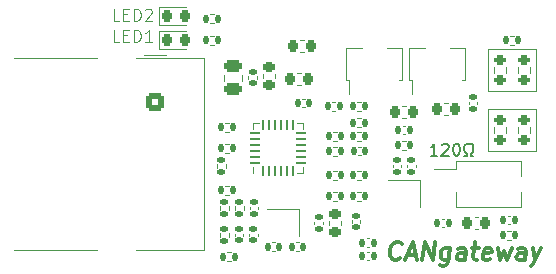
<source format=gbr>
%TF.GenerationSoftware,KiCad,Pcbnew,8.0.9-8.0.9-0~ubuntu22.04.1*%
%TF.CreationDate,2025-04-29T10:25:46+09:00*%
%TF.ProjectId,CANGatewayE,43414e47-6174-4657-9761-79452e6b6963,rev?*%
%TF.SameCoordinates,Original*%
%TF.FileFunction,Legend,Top*%
%TF.FilePolarity,Positive*%
%FSLAX46Y46*%
G04 Gerber Fmt 4.6, Leading zero omitted, Abs format (unit mm)*
G04 Created by KiCad (PCBNEW 8.0.9-8.0.9-0~ubuntu22.04.1) date 2025-04-29 10:25:46*
%MOMM*%
%LPD*%
G01*
G04 APERTURE LIST*
G04 Aperture macros list*
%AMRoundRect*
0 Rectangle with rounded corners*
0 $1 Rounding radius*
0 $2 $3 $4 $5 $6 $7 $8 $9 X,Y pos of 4 corners*
0 Add a 4 corners polygon primitive as box body*
4,1,4,$2,$3,$4,$5,$6,$7,$8,$9,$2,$3,0*
0 Add four circle primitives for the rounded corners*
1,1,$1+$1,$2,$3*
1,1,$1+$1,$4,$5*
1,1,$1+$1,$6,$7*
1,1,$1+$1,$8,$9*
0 Add four rect primitives between the rounded corners*
20,1,$1+$1,$2,$3,$4,$5,0*
20,1,$1+$1,$4,$5,$6,$7,0*
20,1,$1+$1,$6,$7,$8,$9,0*
20,1,$1+$1,$8,$9,$2,$3,0*%
%AMFreePoly0*
4,1,9,3.862500,-0.866500,0.737500,-0.866500,0.737500,-0.450000,-0.737500,-0.450000,-0.737500,0.450000,0.737500,0.450000,0.737500,0.866500,3.862500,0.866500,3.862500,-0.866500,3.862500,-0.866500,$1*%
G04 Aperture macros list end*
%ADD10C,0.100000*%
%ADD11C,0.300000*%
%ADD12C,0.150000*%
%ADD13C,0.120000*%
%ADD14C,2.500000*%
%ADD15C,1.500000*%
%ADD16RoundRect,0.250500X-0.499500X0.499500X-0.499500X-0.499500X0.499500X-0.499500X0.499500X0.499500X0*%
%ADD17C,3.250000*%
%ADD18RoundRect,0.135000X-0.135000X-0.185000X0.135000X-0.185000X0.135000X0.185000X-0.135000X0.185000X0*%
%ADD19RoundRect,0.135000X-0.185000X0.135000X-0.185000X-0.135000X0.185000X-0.135000X0.185000X0.135000X0*%
%ADD20RoundRect,0.140000X0.140000X0.170000X-0.140000X0.170000X-0.140000X-0.170000X0.140000X-0.170000X0*%
%ADD21RoundRect,0.135000X0.135000X0.185000X-0.135000X0.185000X-0.135000X-0.185000X0.135000X-0.185000X0*%
%ADD22R,0.900000X0.800000*%
%ADD23RoundRect,0.225000X-0.225000X-0.250000X0.225000X-0.250000X0.225000X0.250000X-0.225000X0.250000X0*%
%ADD24RoundRect,0.140000X-0.170000X0.140000X-0.170000X-0.140000X0.170000X-0.140000X0.170000X0.140000X0*%
%ADD25R,0.900000X1.300000*%
%ADD26FreePoly0,90.000000*%
%ADD27RoundRect,0.218750X-0.218750X-0.256250X0.218750X-0.256250X0.218750X0.256250X-0.218750X0.256250X0*%
%ADD28RoundRect,0.140000X0.170000X-0.140000X0.170000X0.140000X-0.170000X0.140000X-0.170000X-0.140000X0*%
%ADD29RoundRect,0.200000X-0.275000X0.200000X-0.275000X-0.200000X0.275000X-0.200000X0.275000X0.200000X0*%
%ADD30RoundRect,0.062500X0.062500X-0.375000X0.062500X0.375000X-0.062500X0.375000X-0.062500X-0.375000X0*%
%ADD31RoundRect,0.062500X0.375000X-0.062500X0.375000X0.062500X-0.375000X0.062500X-0.375000X-0.062500X0*%
%ADD32R,2.500000X2.500000*%
%ADD33RoundRect,0.225000X0.225000X0.250000X-0.225000X0.250000X-0.225000X-0.250000X0.225000X-0.250000X0*%
%ADD34RoundRect,0.225000X-0.250000X0.225000X-0.250000X-0.225000X0.250000X-0.225000X0.250000X0.225000X0*%
%ADD35RoundRect,0.250000X0.475000X-0.250000X0.475000X0.250000X-0.475000X0.250000X-0.475000X-0.250000X0*%
%ADD36RoundRect,0.218750X-0.256250X0.218750X-0.256250X-0.218750X0.256250X-0.218750X0.256250X0.218750X0*%
%ADD37RoundRect,0.135000X0.185000X-0.135000X0.185000X0.135000X-0.185000X0.135000X-0.185000X-0.135000X0*%
%ADD38R,1.600000X0.760000*%
%ADD39R,1.700000X1.700000*%
%ADD40O,1.700000X1.700000*%
G04 APERTURE END LIST*
D10*
X44704000Y16510000D02*
X48768000Y16510000D01*
X48768000Y12954000D01*
X44704000Y12954000D01*
X44704000Y16510000D01*
X44704000Y21590000D02*
X48768000Y21590000D01*
X48768000Y18034000D01*
X44704000Y18034000D01*
X44704000Y21590000D01*
X13480074Y22225581D02*
X13003884Y22225581D01*
X13003884Y22225581D02*
X13003884Y23225581D01*
X13813408Y22749391D02*
X14146741Y22749391D01*
X14289598Y22225581D02*
X13813408Y22225581D01*
X13813408Y22225581D02*
X13813408Y23225581D01*
X13813408Y23225581D02*
X14289598Y23225581D01*
X14718170Y22225581D02*
X14718170Y23225581D01*
X14718170Y23225581D02*
X14956265Y23225581D01*
X14956265Y23225581D02*
X15099122Y23177962D01*
X15099122Y23177962D02*
X15194360Y23082724D01*
X15194360Y23082724D02*
X15241979Y22987486D01*
X15241979Y22987486D02*
X15289598Y22797010D01*
X15289598Y22797010D02*
X15289598Y22654153D01*
X15289598Y22654153D02*
X15241979Y22463677D01*
X15241979Y22463677D02*
X15194360Y22368439D01*
X15194360Y22368439D02*
X15099122Y22273200D01*
X15099122Y22273200D02*
X14956265Y22225581D01*
X14956265Y22225581D02*
X14718170Y22225581D01*
X16241979Y22225581D02*
X15670551Y22225581D01*
X15956265Y22225581D02*
X15956265Y23225581D01*
X15956265Y23225581D02*
X15861027Y23082724D01*
X15861027Y23082724D02*
X15765789Y22987486D01*
X15765789Y22987486D02*
X15670551Y22939867D01*
X13480074Y24003581D02*
X13003884Y24003581D01*
X13003884Y24003581D02*
X13003884Y25003581D01*
X13813408Y24527391D02*
X14146741Y24527391D01*
X14289598Y24003581D02*
X13813408Y24003581D01*
X13813408Y24003581D02*
X13813408Y25003581D01*
X13813408Y25003581D02*
X14289598Y25003581D01*
X14718170Y24003581D02*
X14718170Y25003581D01*
X14718170Y25003581D02*
X14956265Y25003581D01*
X14956265Y25003581D02*
X15099122Y24955962D01*
X15099122Y24955962D02*
X15194360Y24860724D01*
X15194360Y24860724D02*
X15241979Y24765486D01*
X15241979Y24765486D02*
X15289598Y24575010D01*
X15289598Y24575010D02*
X15289598Y24432153D01*
X15289598Y24432153D02*
X15241979Y24241677D01*
X15241979Y24241677D02*
X15194360Y24146439D01*
X15194360Y24146439D02*
X15099122Y24051200D01*
X15099122Y24051200D02*
X14956265Y24003581D01*
X14956265Y24003581D02*
X14718170Y24003581D01*
X15670551Y24908343D02*
X15718170Y24955962D01*
X15718170Y24955962D02*
X15813408Y25003581D01*
X15813408Y25003581D02*
X16051503Y25003581D01*
X16051503Y25003581D02*
X16146741Y24955962D01*
X16146741Y24955962D02*
X16194360Y24908343D01*
X16194360Y24908343D02*
X16241979Y24813105D01*
X16241979Y24813105D02*
X16241979Y24717867D01*
X16241979Y24717867D02*
X16194360Y24575010D01*
X16194360Y24575010D02*
X15622932Y24003581D01*
X15622932Y24003581D02*
X16241979Y24003581D01*
D11*
X37234582Y3898029D02*
X37154225Y3826600D01*
X37154225Y3826600D02*
X36931010Y3755172D01*
X36931010Y3755172D02*
X36788153Y3755172D01*
X36788153Y3755172D02*
X36582796Y3826600D01*
X36582796Y3826600D02*
X36457796Y3969458D01*
X36457796Y3969458D02*
X36404225Y4112315D01*
X36404225Y4112315D02*
X36368510Y4398029D01*
X36368510Y4398029D02*
X36395296Y4612315D01*
X36395296Y4612315D02*
X36502439Y4898029D01*
X36502439Y4898029D02*
X36591725Y5040886D01*
X36591725Y5040886D02*
X36752439Y5183743D01*
X36752439Y5183743D02*
X36975653Y5255172D01*
X36975653Y5255172D02*
X37118510Y5255172D01*
X37118510Y5255172D02*
X37323868Y5183743D01*
X37323868Y5183743D02*
X37386368Y5112315D01*
X37841725Y4183743D02*
X38556010Y4183743D01*
X37645296Y3755172D02*
X38332796Y5255172D01*
X38332796Y5255172D02*
X38645296Y3755172D01*
X39145296Y3755172D02*
X39332796Y5255172D01*
X39332796Y5255172D02*
X40002439Y3755172D01*
X40002439Y3755172D02*
X40189939Y5255172D01*
X41484582Y4755172D02*
X41332796Y3540886D01*
X41332796Y3540886D02*
X41243511Y3398029D01*
X41243511Y3398029D02*
X41163153Y3326600D01*
X41163153Y3326600D02*
X41011368Y3255172D01*
X41011368Y3255172D02*
X40797082Y3255172D01*
X40797082Y3255172D02*
X40663153Y3326600D01*
X41368511Y3826600D02*
X41216725Y3755172D01*
X41216725Y3755172D02*
X40931011Y3755172D01*
X40931011Y3755172D02*
X40797082Y3826600D01*
X40797082Y3826600D02*
X40734582Y3898029D01*
X40734582Y3898029D02*
X40681011Y4040886D01*
X40681011Y4040886D02*
X40734582Y4469458D01*
X40734582Y4469458D02*
X40823868Y4612315D01*
X40823868Y4612315D02*
X40904225Y4683743D01*
X40904225Y4683743D02*
X41056011Y4755172D01*
X41056011Y4755172D02*
X41341725Y4755172D01*
X41341725Y4755172D02*
X41475653Y4683743D01*
X42716725Y3755172D02*
X42814939Y4540886D01*
X42814939Y4540886D02*
X42761368Y4683743D01*
X42761368Y4683743D02*
X42627439Y4755172D01*
X42627439Y4755172D02*
X42341725Y4755172D01*
X42341725Y4755172D02*
X42189939Y4683743D01*
X42725654Y3826600D02*
X42573868Y3755172D01*
X42573868Y3755172D02*
X42216725Y3755172D01*
X42216725Y3755172D02*
X42082796Y3826600D01*
X42082796Y3826600D02*
X42029225Y3969458D01*
X42029225Y3969458D02*
X42047082Y4112315D01*
X42047082Y4112315D02*
X42136368Y4255172D01*
X42136368Y4255172D02*
X42288154Y4326600D01*
X42288154Y4326600D02*
X42645296Y4326600D01*
X42645296Y4326600D02*
X42797082Y4398029D01*
X43341725Y4755172D02*
X43913154Y4755172D01*
X43618511Y5255172D02*
X43457797Y3969458D01*
X43457797Y3969458D02*
X43511368Y3826600D01*
X43511368Y3826600D02*
X43645297Y3755172D01*
X43645297Y3755172D02*
X43788154Y3755172D01*
X44868511Y3826600D02*
X44716725Y3755172D01*
X44716725Y3755172D02*
X44431011Y3755172D01*
X44431011Y3755172D02*
X44297082Y3826600D01*
X44297082Y3826600D02*
X44243511Y3969458D01*
X44243511Y3969458D02*
X44314940Y4540886D01*
X44314940Y4540886D02*
X44404225Y4683743D01*
X44404225Y4683743D02*
X44556011Y4755172D01*
X44556011Y4755172D02*
X44841725Y4755172D01*
X44841725Y4755172D02*
X44975654Y4683743D01*
X44975654Y4683743D02*
X45029225Y4540886D01*
X45029225Y4540886D02*
X45011368Y4398029D01*
X45011368Y4398029D02*
X44279225Y4255172D01*
X45556011Y4755172D02*
X45716725Y3755172D01*
X45716725Y3755172D02*
X46091725Y4469458D01*
X46091725Y4469458D02*
X46288154Y3755172D01*
X46288154Y3755172D02*
X46698868Y4755172D01*
X47788154Y3755172D02*
X47886368Y4540886D01*
X47886368Y4540886D02*
X47832797Y4683743D01*
X47832797Y4683743D02*
X47698868Y4755172D01*
X47698868Y4755172D02*
X47413154Y4755172D01*
X47413154Y4755172D02*
X47261368Y4683743D01*
X47797083Y3826600D02*
X47645297Y3755172D01*
X47645297Y3755172D02*
X47288154Y3755172D01*
X47288154Y3755172D02*
X47154225Y3826600D01*
X47154225Y3826600D02*
X47100654Y3969458D01*
X47100654Y3969458D02*
X47118511Y4112315D01*
X47118511Y4112315D02*
X47207797Y4255172D01*
X47207797Y4255172D02*
X47359583Y4326600D01*
X47359583Y4326600D02*
X47716725Y4326600D01*
X47716725Y4326600D02*
X47868511Y4398029D01*
X48484583Y4755172D02*
X48716726Y3755172D01*
X49198868Y4755172D02*
X48716726Y3755172D01*
X48716726Y3755172D02*
X48529226Y3398029D01*
X48529226Y3398029D02*
X48448868Y3326600D01*
X48448868Y3326600D02*
X48297083Y3255172D01*
D12*
X40417904Y12576181D02*
X39846476Y12576181D01*
X40132190Y12576181D02*
X40132190Y13576181D01*
X40132190Y13576181D02*
X40036952Y13433324D01*
X40036952Y13433324D02*
X39941714Y13338086D01*
X39941714Y13338086D02*
X39846476Y13290467D01*
X40798857Y13480943D02*
X40846476Y13528562D01*
X40846476Y13528562D02*
X40941714Y13576181D01*
X40941714Y13576181D02*
X41179809Y13576181D01*
X41179809Y13576181D02*
X41275047Y13528562D01*
X41275047Y13528562D02*
X41322666Y13480943D01*
X41322666Y13480943D02*
X41370285Y13385705D01*
X41370285Y13385705D02*
X41370285Y13290467D01*
X41370285Y13290467D02*
X41322666Y13147610D01*
X41322666Y13147610D02*
X40751238Y12576181D01*
X40751238Y12576181D02*
X41370285Y12576181D01*
X41989333Y13576181D02*
X42084571Y13576181D01*
X42084571Y13576181D02*
X42179809Y13528562D01*
X42179809Y13528562D02*
X42227428Y13480943D01*
X42227428Y13480943D02*
X42275047Y13385705D01*
X42275047Y13385705D02*
X42322666Y13195229D01*
X42322666Y13195229D02*
X42322666Y12957134D01*
X42322666Y12957134D02*
X42275047Y12766658D01*
X42275047Y12766658D02*
X42227428Y12671420D01*
X42227428Y12671420D02*
X42179809Y12623800D01*
X42179809Y12623800D02*
X42084571Y12576181D01*
X42084571Y12576181D02*
X41989333Y12576181D01*
X41989333Y12576181D02*
X41894095Y12623800D01*
X41894095Y12623800D02*
X41846476Y12671420D01*
X41846476Y12671420D02*
X41798857Y12766658D01*
X41798857Y12766658D02*
X41751238Y12957134D01*
X41751238Y12957134D02*
X41751238Y13195229D01*
X41751238Y13195229D02*
X41798857Y13385705D01*
X41798857Y13385705D02*
X41846476Y13480943D01*
X41846476Y13480943D02*
X41894095Y13528562D01*
X41894095Y13528562D02*
X41989333Y13576181D01*
X42703619Y12576181D02*
X42941714Y12576181D01*
X42941714Y12576181D02*
X42941714Y12766658D01*
X42941714Y12766658D02*
X42846476Y12814277D01*
X42846476Y12814277D02*
X42751238Y12909515D01*
X42751238Y12909515D02*
X42703619Y13052372D01*
X42703619Y13052372D02*
X42703619Y13290467D01*
X42703619Y13290467D02*
X42751238Y13433324D01*
X42751238Y13433324D02*
X42846476Y13528562D01*
X42846476Y13528562D02*
X42989333Y13576181D01*
X42989333Y13576181D02*
X43179809Y13576181D01*
X43179809Y13576181D02*
X43322666Y13528562D01*
X43322666Y13528562D02*
X43417904Y13433324D01*
X43417904Y13433324D02*
X43465523Y13290467D01*
X43465523Y13290467D02*
X43465523Y13052372D01*
X43465523Y13052372D02*
X43417904Y12909515D01*
X43417904Y12909515D02*
X43322666Y12814277D01*
X43322666Y12814277D02*
X43227428Y12766658D01*
X43227428Y12766658D02*
X43227428Y12576181D01*
X43227428Y12576181D02*
X43465523Y12576181D01*
D13*
%TO.C,J5*%
X11580000Y4575000D02*
X4560000Y4575000D01*
X20660000Y4575000D02*
X14860000Y4575000D01*
X11580000Y20835000D02*
X4560000Y20835000D01*
X20660000Y20835000D02*
X20660000Y4575000D01*
X20660000Y20835000D02*
X14860000Y20835000D01*
X17410000Y21065000D02*
X15610000Y21065000D01*
%TO.C,R23*%
X22596359Y4380000D02*
X22903641Y4380000D01*
X22596359Y3620000D02*
X22903641Y3620000D01*
%TO.C,R18*%
X21972000Y8281641D02*
X21972000Y7974359D01*
X22732000Y8281641D02*
X22732000Y7974359D01*
%TO.C,C10*%
X34651836Y4424000D02*
X34436164Y4424000D01*
X34651836Y3704000D02*
X34436164Y3704000D01*
%TO.C,R3*%
X33935641Y9524000D02*
X33628359Y9524000D01*
X33935641Y8764000D02*
X33628359Y8764000D01*
%TO.C,R6*%
X33937641Y17144000D02*
X33630359Y17144000D01*
X33937641Y16384000D02*
X33630359Y16384000D01*
%TO.C,R16*%
X23242000Y8281641D02*
X23242000Y7974359D01*
X24002000Y8281641D02*
X24002000Y7974359D01*
%TO.C,Y1*%
X38942000Y10548000D02*
X36242000Y10548000D01*
X38942000Y8248000D02*
X38942000Y10548000D01*
%TO.C,C22*%
X37438420Y16766000D02*
X37719580Y16766000D01*
X37438420Y15746000D02*
X37719580Y15746000D01*
%TO.C,C19*%
X24532000Y8235836D02*
X24532000Y8020164D01*
X25252000Y8235836D02*
X25252000Y8020164D01*
%TO.C,U5*%
X38026000Y21680000D02*
X39336000Y21680000D01*
X38026000Y18960000D02*
X38026000Y21680000D01*
X38026000Y18960000D02*
X38256000Y18960000D01*
X38256000Y17820000D02*
X38256000Y18960000D01*
X41436000Y21680000D02*
X42746000Y21680000D01*
X42746000Y21680000D02*
X42746000Y18960000D01*
X42746000Y18960000D02*
X42516000Y18960000D01*
%TO.C,R1*%
X37747641Y13842000D02*
X37440359Y13842000D01*
X37747641Y13082000D02*
X37440359Y13082000D01*
%TO.C,R22*%
X21489641Y24552000D02*
X21182359Y24552000D01*
X21489641Y23792000D02*
X21182359Y23792000D01*
%TO.C,C16*%
X33917836Y13314000D02*
X33702164Y13314000D01*
X33917836Y12594000D02*
X33702164Y12594000D01*
%TO.C,C20*%
X24470000Y5977836D02*
X24470000Y5762164D01*
X25190000Y5977836D02*
X25190000Y5762164D01*
%TO.C,R12*%
X22454359Y13588000D02*
X22761641Y13588000D01*
X22454359Y12828000D02*
X22761641Y12828000D01*
%TO.C,D1*%
X16803000Y23087000D02*
X16803000Y21617000D01*
X16803000Y21617000D02*
X19088000Y21617000D01*
X19088000Y23087000D02*
X16803000Y23087000D01*
%TO.C,C1*%
X37841600Y11576164D02*
X37841600Y11791836D01*
X38561600Y11576164D02*
X38561600Y11791836D01*
%TO.C,R9*%
X31903641Y13334000D02*
X31596359Y13334000D01*
X31903641Y12574000D02*
X31596359Y12574000D01*
%TO.C,JP3*%
X47229500Y14969258D02*
X47229500Y14494742D01*
X48274500Y14969258D02*
X48274500Y14494742D01*
%TO.C,U2*%
X24806000Y15318000D02*
X25281000Y15318000D01*
X24806000Y14843000D02*
X24806000Y15318000D01*
X24806000Y11573000D02*
X24806000Y11098000D01*
X29026000Y15318000D02*
X28551000Y15318000D01*
X29026000Y14843000D02*
X29026000Y15318000D01*
X29026000Y11573000D02*
X29026000Y11098000D01*
X29026000Y11098000D02*
X28551000Y11098000D01*
%TO.C,C24*%
X29083580Y22354000D02*
X28802420Y22354000D01*
X29083580Y21334000D02*
X28802420Y21334000D01*
%TO.C,C5*%
X43560420Y7368000D02*
X43841580Y7368000D01*
X43560420Y6348000D02*
X43841580Y6348000D01*
%TO.C,JP5*%
X45197500Y20049258D02*
X45197500Y19574742D01*
X46242500Y20049258D02*
X46242500Y19574742D01*
%TO.C,C11*%
X43074000Y17125836D02*
X43074000Y16910164D01*
X43794000Y17125836D02*
X43794000Y16910164D01*
%TO.C,C4*%
X28842580Y19560000D02*
X28561420Y19560000D01*
X28842580Y18540000D02*
X28561420Y18540000D01*
%TO.C,R7*%
X31903641Y11302000D02*
X31596359Y11302000D01*
X31903641Y10542000D02*
X31596359Y10542000D01*
%TO.C,U7*%
X32692000Y21680000D02*
X34002000Y21680000D01*
X32692000Y18960000D02*
X32692000Y21680000D01*
X32692000Y18960000D02*
X32922000Y18960000D01*
X32922000Y17820000D02*
X32922000Y18960000D01*
X36102000Y21680000D02*
X37412000Y21680000D01*
X37412000Y21680000D02*
X37412000Y18960000D01*
X37412000Y18960000D02*
X37182000Y18960000D01*
%TO.C,R20*%
X46889641Y22732000D02*
X46582359Y22732000D01*
X46889641Y21972000D02*
X46582359Y21972000D01*
%TO.C,R13*%
X22452359Y15366000D02*
X22759641Y15366000D01*
X22452359Y14606000D02*
X22759641Y14606000D01*
%TO.C,R2*%
X33935641Y11302000D02*
X33628359Y11302000D01*
X33935641Y10542000D02*
X33628359Y10542000D01*
%TO.C,C15*%
X31240000Y6998580D02*
X31240000Y6717420D01*
X32260000Y6998580D02*
X32260000Y6717420D01*
%TO.C,JP4*%
X47229500Y20049258D02*
X47229500Y19574742D01*
X48274500Y20049258D02*
X48274500Y19574742D01*
%TO.C,R8*%
X31903641Y9524000D02*
X31596359Y9524000D01*
X31903641Y8764000D02*
X31596359Y8764000D01*
%TO.C,C17*%
X22379000Y18915748D02*
X22379000Y19438252D01*
X23849000Y18915748D02*
X23849000Y19438252D01*
%TO.C,C18*%
X24405000Y19069164D02*
X24405000Y19284836D01*
X25125000Y19069164D02*
X25125000Y19284836D01*
%TO.C,C23*%
X41288580Y17020000D02*
X41007420Y17020000D01*
X41288580Y16000000D02*
X41007420Y16000000D01*
%TO.C,Y2*%
X28720000Y8042902D02*
X26020000Y8042902D01*
X28720000Y5742902D02*
X28720000Y8042902D01*
%TO.C,C8*%
X33168000Y6877164D02*
X33168000Y7092836D01*
X33888000Y6877164D02*
X33888000Y7092836D01*
%TO.C,L1*%
X25652000Y19466779D02*
X25652000Y19141221D01*
X26672000Y19466779D02*
X26672000Y19141221D01*
%TO.C,R5*%
X33935641Y15747000D02*
X33628359Y15747000D01*
X33935641Y14987000D02*
X33628359Y14987000D01*
%TO.C,R17*%
X21972000Y5688359D02*
X21972000Y5995641D01*
X22732000Y5688359D02*
X22732000Y5995641D01*
%TO.C,SW1*%
X40094000Y11475000D02*
X41944000Y11475000D01*
X41944000Y12125000D02*
X41944000Y11475000D01*
X41944000Y12125000D02*
X47464000Y12125000D01*
X41944000Y9465000D02*
X41944000Y8195000D01*
X41944000Y8195000D02*
X47464000Y8195000D01*
X47464000Y12125000D02*
X47464000Y10856000D01*
X47464000Y9465000D02*
X47464000Y8195000D01*
%TO.C,R19*%
X46635641Y6222000D02*
X46328359Y6222000D01*
X46635641Y5462000D02*
X46328359Y5462000D01*
%TO.C,C14*%
X29993000Y6965836D02*
X29993000Y6750164D01*
X30713000Y6965836D02*
X30713000Y6750164D01*
%TO.C,C7*%
X37699836Y15092000D02*
X37484164Y15092000D01*
X37699836Y14372000D02*
X37484164Y14372000D01*
%TO.C,C13*%
X26622836Y5220902D02*
X26407164Y5220902D01*
X26622836Y4500902D02*
X26407164Y4500902D01*
%TO.C,C6*%
X29190836Y17378000D02*
X28975164Y17378000D01*
X29190836Y16658000D02*
X28975164Y16658000D01*
%TO.C,JP2*%
X45197500Y14969258D02*
X45197500Y14494742D01*
X46242500Y14969258D02*
X46242500Y14494742D01*
%TO.C,C3*%
X34651836Y5567000D02*
X34436164Y5567000D01*
X34651836Y4847000D02*
X34436164Y4847000D01*
%TO.C,R4*%
X33935641Y14604000D02*
X33628359Y14604000D01*
X33935641Y13844000D02*
X33628359Y13844000D01*
%TO.C,C2*%
X36622400Y11791836D02*
X36622400Y11576164D01*
X37342400Y11791836D02*
X37342400Y11576164D01*
%TO.C,R10*%
X31596359Y14604000D02*
X31903641Y14604000D01*
X31596359Y13844000D02*
X31903641Y13844000D01*
%TO.C,R14*%
X22452359Y10032000D02*
X22759641Y10032000D01*
X22452359Y9272000D02*
X22759641Y9272000D01*
%TO.C,R15*%
X21718000Y11837641D02*
X21718000Y11530359D01*
X22478000Y11837641D02*
X22478000Y11530359D01*
%TO.C,D2*%
X16803000Y25119000D02*
X16803000Y23649000D01*
X16803000Y23649000D02*
X19088000Y23649000D01*
X19088000Y25119000D02*
X16803000Y25119000D01*
%TO.C,C12*%
X28682836Y5220902D02*
X28467164Y5220902D01*
X28682836Y4500902D02*
X28467164Y4500902D01*
%TO.C,C25*%
X46589836Y7472000D02*
X46374164Y7472000D01*
X46589836Y6752000D02*
X46374164Y6752000D01*
%TO.C,R21*%
X21487641Y22732000D02*
X21180359Y22732000D01*
X21487641Y21972000D02*
X21180359Y21972000D01*
%TO.C,R11*%
X31469359Y17144000D02*
X31776641Y17144000D01*
X31469359Y16384000D02*
X31776641Y16384000D01*
%TO.C,C9*%
X41001836Y7218000D02*
X40786164Y7218000D01*
X41001836Y6498000D02*
X40786164Y6498000D01*
%TO.C,C21*%
X23262000Y5977836D02*
X23262000Y5762164D01*
X23982000Y5977836D02*
X23982000Y5762164D01*
%TD*%
%LPC*%
D14*
%TO.C,J5*%
X13200000Y4960000D03*
X13200000Y20450000D03*
D15*
X5250000Y6080000D03*
X5250000Y8620000D03*
X5250000Y16790000D03*
X5250000Y19330000D03*
X19050000Y8265000D03*
X16510000Y9525000D03*
X19050000Y10805000D03*
X16510000Y12065000D03*
X19050000Y13345000D03*
X16510000Y14605000D03*
X19050000Y15885000D03*
D16*
X16510000Y17145000D03*
D17*
X10150000Y6990000D03*
X10150000Y18420000D03*
%TD*%
D18*
%TO.C,R23*%
X22240000Y4000000D03*
X23260000Y4000000D03*
%TD*%
D19*
%TO.C,R18*%
X22352000Y8638000D03*
X22352000Y7618000D03*
%TD*%
D20*
%TO.C,C10*%
X35024000Y4064000D03*
X34064000Y4064000D03*
%TD*%
D21*
%TO.C,R3*%
X34292000Y9144000D03*
X33272000Y9144000D03*
%TD*%
%TO.C,R6*%
X34294000Y16764000D03*
X33274000Y16764000D03*
%TD*%
D19*
%TO.C,R16*%
X23622000Y8638000D03*
X23622000Y7618000D03*
%TD*%
D22*
%TO.C,Y1*%
X38292000Y9948000D03*
X36892000Y9948000D03*
X36892000Y8848000D03*
X38292000Y8848000D03*
%TD*%
D23*
%TO.C,C22*%
X36804000Y16256000D03*
X38354000Y16256000D03*
%TD*%
D24*
%TO.C,C19*%
X24892000Y8608000D03*
X24892000Y7648000D03*
%TD*%
D25*
%TO.C,U5*%
X38886000Y18370000D03*
D26*
X40386000Y18457500D03*
D25*
X41886000Y18370000D03*
%TD*%
D21*
%TO.C,R1*%
X38104000Y13462000D03*
X37084000Y13462000D03*
%TD*%
%TO.C,R22*%
X21846000Y24172000D03*
X20826000Y24172000D03*
%TD*%
D20*
%TO.C,C16*%
X34290000Y12954000D03*
X33330000Y12954000D03*
%TD*%
D24*
%TO.C,C20*%
X24830000Y6350000D03*
X24830000Y5390000D03*
%TD*%
D18*
%TO.C,R12*%
X22098000Y13208000D03*
X23118000Y13208000D03*
%TD*%
D27*
%TO.C,D1*%
X17500500Y22352000D03*
X19075500Y22352000D03*
%TD*%
D28*
%TO.C,C1*%
X38201600Y11204000D03*
X38201600Y12164000D03*
%TD*%
D21*
%TO.C,R9*%
X32260000Y12954000D03*
X31240000Y12954000D03*
%TD*%
D29*
%TO.C,JP3*%
X47752000Y15557000D03*
X47752000Y13907000D03*
%TD*%
D30*
%TO.C,U2*%
X25666000Y11270500D03*
X26166000Y11270500D03*
X26666000Y11270500D03*
X27166000Y11270500D03*
X27666000Y11270500D03*
X28166000Y11270500D03*
D31*
X28853500Y11958000D03*
X28853500Y12458000D03*
X28853500Y12958000D03*
X28853500Y13458000D03*
X28853500Y13958000D03*
X28853500Y14458000D03*
D30*
X28166000Y15145500D03*
X27666000Y15145500D03*
X27166000Y15145500D03*
X26666000Y15145500D03*
X26166000Y15145500D03*
X25666000Y15145500D03*
D31*
X24978500Y14458000D03*
X24978500Y13958000D03*
X24978500Y13458000D03*
X24978500Y12958000D03*
X24978500Y12458000D03*
X24978500Y11958000D03*
D32*
X26916000Y13208000D03*
%TD*%
D33*
%TO.C,C24*%
X29718000Y21844000D03*
X28168000Y21844000D03*
%TD*%
D23*
%TO.C,C5*%
X42926000Y6858000D03*
X44476000Y6858000D03*
%TD*%
D29*
%TO.C,JP5*%
X45720000Y20637000D03*
X45720000Y18987000D03*
%TD*%
D24*
%TO.C,C11*%
X43434000Y17498000D03*
X43434000Y16538000D03*
%TD*%
D33*
%TO.C,C4*%
X29477000Y19050000D03*
X27927000Y19050000D03*
%TD*%
D21*
%TO.C,R7*%
X32260000Y10922000D03*
X31240000Y10922000D03*
%TD*%
D25*
%TO.C,U7*%
X33552000Y18370000D03*
D26*
X35052000Y18457500D03*
D25*
X36552000Y18370000D03*
%TD*%
D21*
%TO.C,R20*%
X47246000Y22352000D03*
X46226000Y22352000D03*
%TD*%
D18*
%TO.C,R13*%
X22096000Y14986000D03*
X23116000Y14986000D03*
%TD*%
D21*
%TO.C,R2*%
X34292000Y10922000D03*
X33272000Y10922000D03*
%TD*%
D34*
%TO.C,C15*%
X31750000Y7633000D03*
X31750000Y6083000D03*
%TD*%
D29*
%TO.C,JP4*%
X47752000Y20637000D03*
X47752000Y18987000D03*
%TD*%
D21*
%TO.C,R8*%
X32260000Y9144000D03*
X31240000Y9144000D03*
%TD*%
D35*
%TO.C,C17*%
X23114000Y18227000D03*
X23114000Y20127000D03*
%TD*%
D28*
%TO.C,C18*%
X24765000Y18697000D03*
X24765000Y19657000D03*
%TD*%
D33*
%TO.C,C23*%
X41923000Y16510000D03*
X40373000Y16510000D03*
%TD*%
D22*
%TO.C,Y2*%
X28070000Y7442902D03*
X26670000Y7442902D03*
X26670000Y6342902D03*
X28070000Y6342902D03*
%TD*%
D28*
%TO.C,C8*%
X33528000Y6505000D03*
X33528000Y7465000D03*
%TD*%
D36*
%TO.C,L1*%
X26162000Y20091500D03*
X26162000Y18516500D03*
%TD*%
D21*
%TO.C,R5*%
X34292000Y15367000D03*
X33272000Y15367000D03*
%TD*%
D37*
%TO.C,R17*%
X22352000Y5332000D03*
X22352000Y6352000D03*
%TD*%
D38*
%TO.C,SW1*%
X40894000Y10795000D03*
X40894000Y9525000D03*
X48514000Y9525000D03*
X48514000Y10795000D03*
%TD*%
D21*
%TO.C,R19*%
X46992000Y5842000D03*
X45972000Y5842000D03*
%TD*%
D24*
%TO.C,C14*%
X30353000Y7338000D03*
X30353000Y6378000D03*
%TD*%
D20*
%TO.C,C7*%
X38072000Y14732000D03*
X37112000Y14732000D03*
%TD*%
%TO.C,C13*%
X26995000Y4860902D03*
X26035000Y4860902D03*
%TD*%
%TO.C,C6*%
X29563000Y17018000D03*
X28603000Y17018000D03*
%TD*%
D29*
%TO.C,JP2*%
X45720000Y15557000D03*
X45720000Y13907000D03*
%TD*%
D20*
%TO.C,C3*%
X35024000Y5207000D03*
X34064000Y5207000D03*
%TD*%
D21*
%TO.C,R4*%
X34292000Y14224000D03*
X33272000Y14224000D03*
%TD*%
D24*
%TO.C,C2*%
X36982400Y12164000D03*
X36982400Y11204000D03*
%TD*%
D18*
%TO.C,R10*%
X31240000Y14224000D03*
X32260000Y14224000D03*
%TD*%
%TO.C,R14*%
X22096000Y9652000D03*
X23116000Y9652000D03*
%TD*%
D19*
%TO.C,R15*%
X22098000Y12194000D03*
X22098000Y11174000D03*
%TD*%
D27*
%TO.C,D2*%
X17500500Y24384000D03*
X19075500Y24384000D03*
%TD*%
D20*
%TO.C,C12*%
X29055000Y4860902D03*
X28095000Y4860902D03*
%TD*%
%TO.C,C25*%
X46962000Y7112000D03*
X46002000Y7112000D03*
%TD*%
D21*
%TO.C,R21*%
X21844000Y22352000D03*
X20824000Y22352000D03*
%TD*%
D18*
%TO.C,R11*%
X31113000Y16764000D03*
X32133000Y16764000D03*
%TD*%
D20*
%TO.C,C9*%
X41374000Y6858000D03*
X40414000Y6858000D03*
%TD*%
D24*
%TO.C,C21*%
X23622000Y6350000D03*
X23622000Y5390000D03*
%TD*%
D39*
%TO.C,J3*%
X25400000Y1270000D03*
D40*
X27940000Y1270000D03*
X30480000Y1270000D03*
X33020000Y1270000D03*
X35560000Y1270000D03*
X38100000Y1270000D03*
X40640000Y1270000D03*
X43180000Y1270000D03*
X45720000Y1270000D03*
X48260000Y1270000D03*
%TD*%
D39*
%TO.C,J4*%
X25400000Y24130000D03*
D40*
X27940000Y24130000D03*
X30480000Y24130000D03*
X33020000Y24130000D03*
X35560000Y24130000D03*
X38100000Y24130000D03*
X40640000Y24130000D03*
X43180000Y24130000D03*
X45720000Y24130000D03*
X48260000Y24130000D03*
%TD*%
%LPD*%
M02*

</source>
